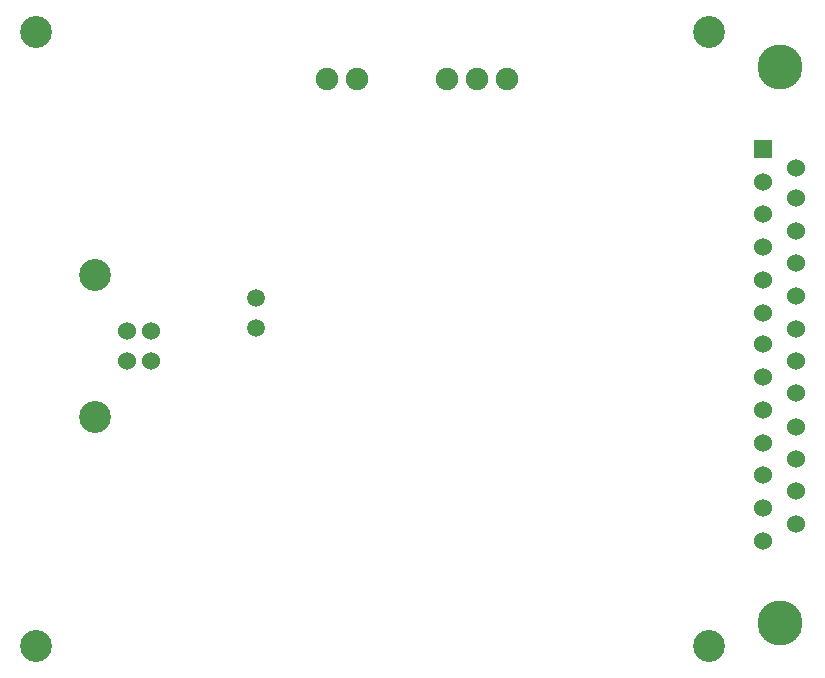
<source format=gbr>
%TF.GenerationSoftware,KiCad,Pcbnew,8.0.2*%
%TF.CreationDate,2025-12-07T10:49:54+01:00*%
%TF.ProjectId,Helios,48656c69-6f73-42e6-9b69-6361645f7063,rev?*%
%TF.SameCoordinates,Original*%
%TF.FileFunction,Soldermask,Bot*%
%TF.FilePolarity,Negative*%
%FSLAX46Y46*%
G04 Gerber Fmt 4.6, Leading zero omitted, Abs format (unit mm)*
G04 Created by KiCad (PCBNEW 8.0.2) date 2025-12-07 10:49:54*
%MOMM*%
%LPD*%
G01*
G04 APERTURE LIST*
%ADD10C,2.700000*%
%ADD11C,1.900000*%
%ADD12C,1.506220*%
%ADD13C,1.524000*%
%ADD14C,2.700020*%
%ADD15C,3.810000*%
%ADD16R,1.524000X1.524000*%
G04 APERTURE END LIST*
D10*
%TO.C,H4*%
X161000000Y-156400000D03*
%TD*%
%TO.C,H3*%
X104000000Y-104400000D03*
%TD*%
%TO.C,H2*%
X104000000Y-156400000D03*
%TD*%
%TO.C,H1*%
X161000000Y-104400000D03*
%TD*%
D11*
%TO.C,U4*%
X143890000Y-108400000D03*
X141350000Y-108400000D03*
X138810000Y-108400000D03*
X131190000Y-108400000D03*
X128650000Y-108400000D03*
%TD*%
D12*
%TO.C,ERASE1*%
X122650000Y-129470000D03*
X122650000Y-126930000D03*
%TD*%
D13*
%TO.C,P1*%
X113750000Y-129710000D03*
X113750000Y-132250000D03*
X111751020Y-132250000D03*
X111751020Y-129710000D03*
D14*
X109051000Y-124980520D03*
X109051000Y-136979480D03*
%TD*%
D15*
%TO.C,P2*%
X167000000Y-154500000D03*
X167000000Y-107400000D03*
D16*
X165580000Y-114340000D03*
D13*
X165580000Y-117134000D03*
X165580000Y-119801000D03*
X165580000Y-122595000D03*
X165580000Y-125389000D03*
X165580000Y-128183000D03*
X165580000Y-130850000D03*
X165580000Y-133644000D03*
X165580000Y-136438000D03*
X165580000Y-139232000D03*
X165580000Y-141899000D03*
X165580000Y-144693000D03*
X165580000Y-147487000D03*
X168420000Y-115914800D03*
X168420000Y-118454800D03*
X168420000Y-121248800D03*
X168420000Y-123992000D03*
X168420000Y-126735200D03*
X168420000Y-129529200D03*
X168420000Y-132272400D03*
X168420000Y-135015600D03*
X168420000Y-137860400D03*
X168420000Y-140552800D03*
X168420000Y-143296000D03*
X168420000Y-146090000D03*
%TD*%
M02*

</source>
